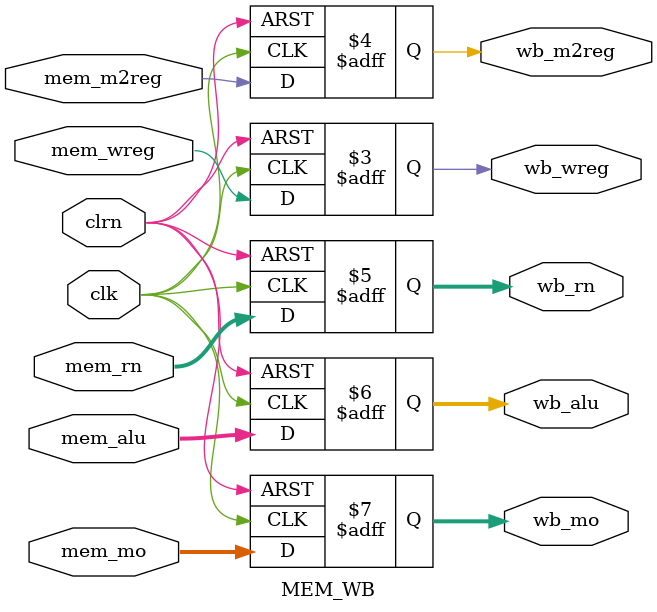
<source format=v>
`timescale 1ns / 1ps
module MEM_WB (
    mem_wreg,
    mem_m2reg,
    mem_rn,
    mem_alu,
    mem_mo,
    clk,
    clrn,
    wb_wreg,
    wb_m2reg,
    wb_rn,
    wb_alu,
    wb_mo
);
  input mem_wreg, mem_m2reg;
  input [4:0] mem_rn;
  input [31:0] mem_alu, mem_mo;
  input clk, clrn;

  output wb_wreg, wb_m2reg;
  output [4:0] wb_rn;
  output [31:0] wb_alu, wb_mo;
  reg wb_wreg, wb_m2reg;
  reg [4:0] wb_rn;
  reg [31:0] wb_alu, wb_mo;
  always @(posedge clk or negedge clrn)
    if (clrn == 0) begin
      wb_wreg <= 0;
      wb_m2reg <= 0;
      wb_rn <= 0;
      wb_alu <= 0;
      wb_mo <= 0;
    end else begin
      wb_wreg <= mem_wreg;
      wb_m2reg <= mem_m2reg;
      wb_rn <= mem_rn;
      wb_alu <= mem_alu;
      wb_mo <= mem_mo;
    end
endmodule

</source>
